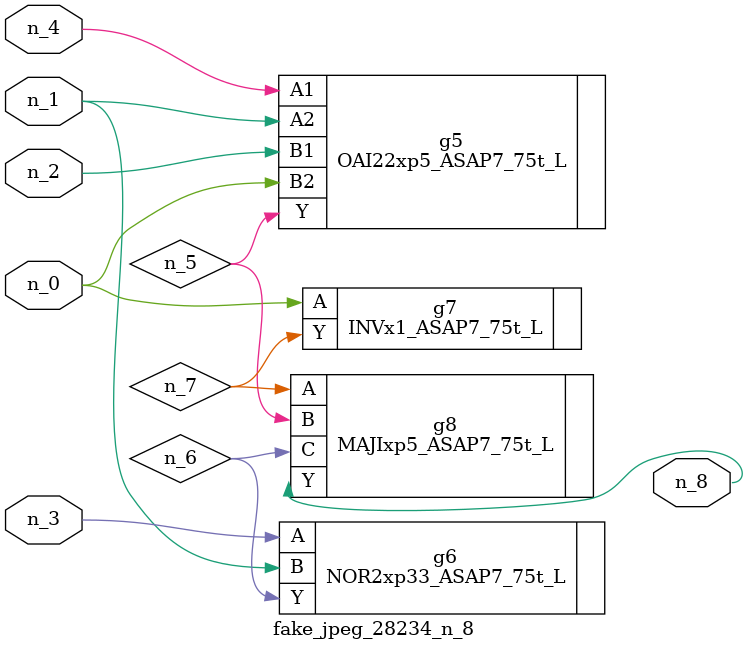
<source format=v>
module fake_jpeg_28234_n_8 (n_3, n_2, n_1, n_0, n_4, n_8);

input n_3;
input n_2;
input n_1;
input n_0;
input n_4;

output n_8;

wire n_6;
wire n_5;
wire n_7;

OAI22xp5_ASAP7_75t_L g5 ( 
.A1(n_4),
.A2(n_1),
.B1(n_2),
.B2(n_0),
.Y(n_5)
);

NOR2xp33_ASAP7_75t_L g6 ( 
.A(n_3),
.B(n_1),
.Y(n_6)
);

INVx1_ASAP7_75t_L g7 ( 
.A(n_0),
.Y(n_7)
);

MAJIxp5_ASAP7_75t_L g8 ( 
.A(n_7),
.B(n_5),
.C(n_6),
.Y(n_8)
);


endmodule
</source>
